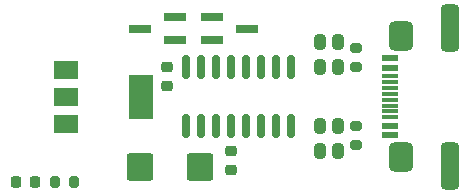
<source format=gbr>
%TF.GenerationSoftware,KiCad,Pcbnew,6.0.11+dfsg-1~bpo11+1*%
%TF.CreationDate,2024-03-27T15:17:51-04:00*%
%TF.ProjectId,Tool - ESP Module Flasher,546f6f6c-202d-4204-9553-50204d6f6475,1.0.0*%
%TF.SameCoordinates,Original*%
%TF.FileFunction,Paste,Top*%
%TF.FilePolarity,Positive*%
%FSLAX46Y46*%
G04 Gerber Fmt 4.6, Leading zero omitted, Abs format (unit mm)*
G04 Created by KiCad (PCBNEW 6.0.11+dfsg-1~bpo11+1) date 2024-03-27 15:17:51*
%MOMM*%
%LPD*%
G01*
G04 APERTURE LIST*
G04 Aperture macros list*
%AMRoundRect*
0 Rectangle with rounded corners*
0 $1 Rounding radius*
0 $2 $3 $4 $5 $6 $7 $8 $9 X,Y pos of 4 corners*
0 Add a 4 corners polygon primitive as box body*
4,1,4,$2,$3,$4,$5,$6,$7,$8,$9,$2,$3,0*
0 Add four circle primitives for the rounded corners*
1,1,$1+$1,$2,$3*
1,1,$1+$1,$4,$5*
1,1,$1+$1,$6,$7*
1,1,$1+$1,$8,$9*
0 Add four rect primitives between the rounded corners*
20,1,$1+$1,$2,$3,$4,$5,0*
20,1,$1+$1,$4,$5,$6,$7,0*
20,1,$1+$1,$6,$7,$8,$9,0*
20,1,$1+$1,$8,$9,$2,$3,0*%
G04 Aperture macros list end*
%ADD10R,1.900000X0.800000*%
%ADD11RoundRect,0.200000X0.275000X-0.200000X0.275000X0.200000X-0.275000X0.200000X-0.275000X-0.200000X0*%
%ADD12RoundRect,0.200000X-0.275000X0.200000X-0.275000X-0.200000X0.275000X-0.200000X0.275000X0.200000X0*%
%ADD13RoundRect,0.218750X0.218750X0.256250X-0.218750X0.256250X-0.218750X-0.256250X0.218750X-0.256250X0*%
%ADD14RoundRect,0.225000X-0.250000X0.225000X-0.250000X-0.225000X0.250000X-0.225000X0.250000X0.225000X0*%
%ADD15R,1.450000X0.600000*%
%ADD16R,1.450000X0.300000*%
%ADD17RoundRect,0.525000X0.525000X-0.725000X0.525000X0.725000X-0.525000X0.725000X-0.525000X-0.725000X0*%
%ADD18RoundRect,0.400000X0.400000X-1.600000X0.400000X1.600000X-0.400000X1.600000X-0.400000X-1.600000X0*%
%ADD19RoundRect,0.237500X-0.237500X0.400000X-0.237500X-0.400000X0.237500X-0.400000X0.237500X0.400000X0*%
%ADD20RoundRect,0.237500X0.237500X-0.400000X0.237500X0.400000X-0.237500X0.400000X-0.237500X-0.400000X0*%
%ADD21RoundRect,0.250000X-0.875000X-0.925000X0.875000X-0.925000X0.875000X0.925000X-0.875000X0.925000X0*%
%ADD22RoundRect,0.150000X0.150000X-0.825000X0.150000X0.825000X-0.150000X0.825000X-0.150000X-0.825000X0*%
%ADD23RoundRect,0.200000X-0.200000X-0.275000X0.200000X-0.275000X0.200000X0.275000X-0.200000X0.275000X0*%
%ADD24R,2.000000X1.500000*%
%ADD25R,2.000000X3.800000*%
G04 APERTURE END LIST*
D10*
%TO.C,Q802*%
X124182000Y-95184000D03*
X124182000Y-93284000D03*
X121182000Y-94234000D03*
%TD*%
%TO.C,Q801*%
X127278000Y-93284000D03*
X127278000Y-95184000D03*
X130278000Y-94234000D03*
%TD*%
D11*
%TO.C,R103*%
X139446000Y-97523000D03*
X139446000Y-95873000D03*
%TD*%
D12*
%TO.C,R102*%
X139446000Y-102477000D03*
X139446000Y-104127000D03*
%TD*%
D13*
%TO.C,D202*%
X112293500Y-107188000D03*
X110718500Y-107188000D03*
%TD*%
D14*
%TO.C,C302*%
X128905000Y-104635000D03*
X128905000Y-106185000D03*
%TD*%
D15*
%TO.C,J102*%
X142355000Y-103250000D03*
X142355000Y-102450000D03*
D16*
X142355000Y-101250000D03*
X142355000Y-100250000D03*
X142355000Y-99750000D03*
X142355000Y-98750000D03*
D15*
X142355000Y-97550000D03*
X142355000Y-96750000D03*
X142355000Y-96750000D03*
X142355000Y-97550000D03*
D16*
X142355000Y-98250000D03*
X142355000Y-99250000D03*
X142355000Y-100750000D03*
X142355000Y-101750000D03*
D15*
X142355000Y-102450000D03*
X142355000Y-103250000D03*
D17*
X143281795Y-105096965D03*
D18*
X147450000Y-94153035D03*
X147450000Y-105846965D03*
D17*
X143281795Y-94903035D03*
%TD*%
D14*
%TO.C,C303*%
X123444000Y-97523000D03*
X123444000Y-99073000D03*
%TD*%
D19*
%TO.C,D104*%
X137922000Y-102496000D03*
X137922000Y-104616000D03*
%TD*%
D20*
%TO.C,D105*%
X137922000Y-97504000D03*
X137922000Y-95384000D03*
%TD*%
D21*
%TO.C,C202*%
X121148000Y-105918000D03*
X126248000Y-105918000D03*
%TD*%
D20*
%TO.C,D103*%
X136398000Y-97504000D03*
X136398000Y-95384000D03*
%TD*%
D22*
%TO.C,U303*%
X125095000Y-102475000D03*
X126365000Y-102475000D03*
X127635000Y-102475000D03*
X128905000Y-102475000D03*
X130175000Y-102475000D03*
X131445000Y-102475000D03*
X132715000Y-102475000D03*
X133985000Y-102475000D03*
X133985000Y-97525000D03*
X132715000Y-97525000D03*
X131445000Y-97525000D03*
X130175000Y-97525000D03*
X128905000Y-97525000D03*
X127635000Y-97525000D03*
X126365000Y-97525000D03*
X125095000Y-97525000D03*
%TD*%
D19*
%TO.C,D102*%
X136398000Y-102496000D03*
X136398000Y-104616000D03*
%TD*%
D23*
%TO.C,R202*%
X113983000Y-107188000D03*
X115633000Y-107188000D03*
%TD*%
D24*
%TO.C,U202*%
X114960000Y-97700000D03*
D25*
X121260000Y-100000000D03*
D24*
X114960000Y-100000000D03*
X114960000Y-102300000D03*
%TD*%
M02*

</source>
